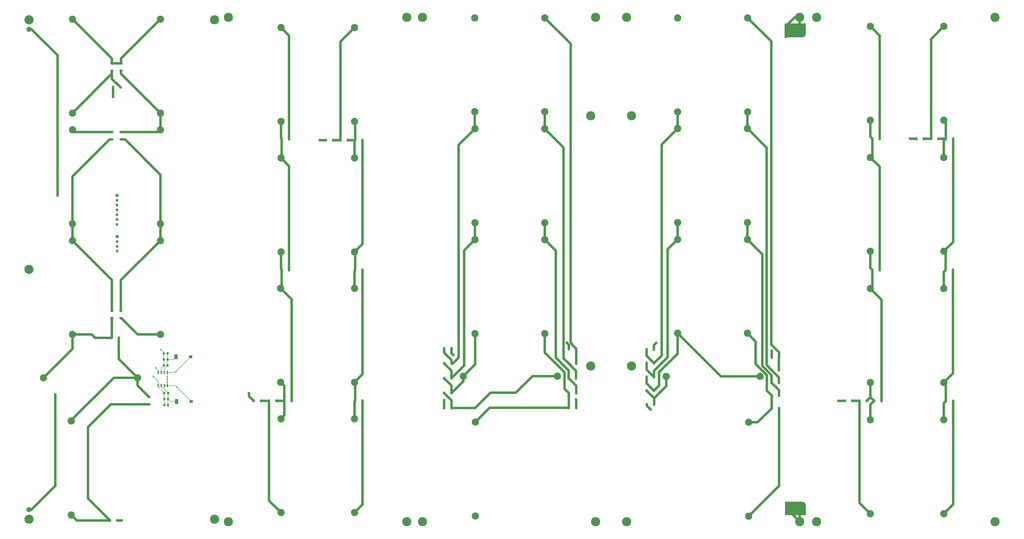
<source format=gtl>
%TF.GenerationSoftware,KiCad,Pcbnew,7.0.2-0*%
%TF.CreationDate,2024-05-08T22:34:26-07:00*%
%TF.ProjectId,FlexDeploySidePanels,466c6578-4465-4706-9c6f-795369646550,v3b*%
%TF.SameCoordinates,Original*%
%TF.FileFunction,Copper,L1,Top*%
%TF.FilePolarity,Positive*%
%FSLAX46Y46*%
G04 Gerber Fmt 4.6, Leading zero omitted, Abs format (unit mm)*
G04 Created by KiCad (PCBNEW 7.0.2-0) date 2024-05-08 22:34:26*
%MOMM*%
%LPD*%
G01*
G04 APERTURE LIST*
G04 Aperture macros list*
%AMRoundRect*
0 Rectangle with rounded corners*
0 $1 Rounding radius*
0 $2 $3 $4 $5 $6 $7 $8 $9 X,Y pos of 4 corners*
0 Add a 4 corners polygon primitive as box body*
4,1,4,$2,$3,$4,$5,$6,$7,$8,$9,$2,$3,0*
0 Add four circle primitives for the rounded corners*
1,1,$1+$1,$2,$3*
1,1,$1+$1,$4,$5*
1,1,$1+$1,$6,$7*
1,1,$1+$1,$8,$9*
0 Add four rect primitives between the rounded corners*
20,1,$1+$1,$2,$3,$4,$5,0*
20,1,$1+$1,$4,$5,$6,$7,0*
20,1,$1+$1,$6,$7,$8,$9,0*
20,1,$1+$1,$8,$9,$2,$3,0*%
G04 Aperture macros list end*
%TA.AperFunction,SMDPad,CuDef*%
%ADD10R,0.850000X1.200000*%
%TD*%
%TA.AperFunction,ComponentPad*%
%ADD11C,3.000000*%
%TD*%
%TA.AperFunction,SMDPad,CuDef*%
%ADD12RoundRect,0.200000X0.200000X0.275000X-0.200000X0.275000X-0.200000X-0.275000X0.200000X-0.275000X0*%
%TD*%
%TA.AperFunction,SMDPad,CuDef*%
%ADD13RoundRect,0.225000X0.225000X0.250000X-0.225000X0.250000X-0.225000X-0.250000X0.225000X-0.250000X0*%
%TD*%
%TA.AperFunction,ComponentPad*%
%ADD14R,1.150000X1.150000*%
%TD*%
%TA.AperFunction,ComponentPad*%
%ADD15C,1.150000*%
%TD*%
%TA.AperFunction,ComponentPad*%
%ADD16C,2.600000*%
%TD*%
%TA.AperFunction,ConnectorPad*%
%ADD17C,3.800000*%
%TD*%
%TA.AperFunction,SMDPad,CuDef*%
%ADD18R,1.200000X0.850000*%
%TD*%
%TA.AperFunction,SMDPad,CuDef*%
%ADD19RoundRect,0.175000X0.525000X0.825000X-0.525000X0.825000X-0.525000X-0.825000X0.525000X-0.825000X0*%
%TD*%
%TA.AperFunction,SMDPad,CuDef*%
%ADD20RoundRect,0.150000X0.550000X0.450000X-0.550000X0.450000X-0.550000X-0.450000X0.550000X-0.450000X0*%
%TD*%
%TA.AperFunction,SMDPad,CuDef*%
%ADD21R,0.533400X1.460500*%
%TD*%
%TA.AperFunction,SMDPad,CuDef*%
%ADD22C,2.100000*%
%TD*%
%TA.AperFunction,ViaPad*%
%ADD23C,0.600000*%
%TD*%
%TA.AperFunction,ViaPad*%
%ADD24C,1.200000*%
%TD*%
%TA.AperFunction,Conductor*%
%ADD25C,1.000000*%
%TD*%
%TA.AperFunction,Conductor*%
%ADD26C,0.200000*%
%TD*%
G04 APERTURE END LIST*
D10*
%TO.P,D15,1,C*%
%TO.N,Net-(D14-A)*%
X403625000Y-259375716D03*
%TO.P,D15,2,A*%
%TO.N,Net-(D15-A)*%
X400575000Y-259375716D03*
%TD*%
%TO.P,D7,1,C*%
%TO.N,Net-(D7-C)*%
X443025000Y-261574797D03*
%TO.P,D7,2,A*%
%TO.N,Net-(D6-C)*%
X446075000Y-261574797D03*
%TD*%
D11*
%TO.P,SC1,0,-*%
%TO.N,GND*%
X471950000Y-308454797D03*
%TO.P,SC1,1,+*%
%TO.N,Net-(D1-C)*%
X471950000Y-269454797D03*
%TD*%
D12*
%TO.P,R2,1*%
%TO.N,/Photodiode 2/IN-*%
X149986000Y-241868000D03*
%TO.P,R2,2*%
%TO.N,OUT2*%
X148336000Y-241868000D03*
%TD*%
D11*
%TO.P,SC21,0,-*%
%TO.N,Net-(D21-A)*%
X306400000Y-141450000D03*
%TO.P,SC21,1,+*%
%TO.N,Net-(D21-C)*%
X306400000Y-102450000D03*
%TD*%
%TO.P,SC38,0,-*%
%TO.N,Net-(D38-A)*%
X147000000Y-141999000D03*
%TO.P,SC38,1,+*%
%TO.N,Net-(D37-A)*%
X147000000Y-102999000D03*
%TD*%
D13*
%TO.P,C1,1,1*%
%TO.N,/Photodiode 1/IN-*%
X150114000Y-263368000D03*
%TO.P,C1,2,2*%
%TO.N,OUT1*%
X148564000Y-263368000D03*
%TD*%
D10*
%TO.P,D10,1,C*%
%TO.N,Net-(D10-C)*%
X348675000Y-251650000D03*
%TO.P,D10,2,A*%
%TO.N,Net-(D10-A)*%
X351725000Y-251650000D03*
%TD*%
D14*
%TO.P,J1,1,Pin_1*%
%TO.N,DEP SENSE*%
X128950000Y-176249999D03*
D15*
%TO.P,J1,2,Pin_2*%
%TO.N,VSOLAR*%
X128950000Y-178250000D03*
%TO.P,J1,3,Pin_3*%
X128950000Y-180249999D03*
%TO.P,J1,4,Pin_4*%
X128950000Y-182250000D03*
%TO.P,J1,5,Pin_5*%
%TO.N,GND*%
X128950000Y-184249998D03*
%TO.P,J1,6,Pin_6*%
X128950000Y-186249999D03*
%TO.P,J1,7,Pin_7*%
X128950000Y-188249998D03*
%TD*%
D11*
%TO.P,SC18,0,-*%
%TO.N,Net-(D18-A)*%
X277450000Y-194650000D03*
%TO.P,SC18,1,+*%
%TO.N,Net-(D17-A)*%
X277450000Y-233650000D03*
%TD*%
D10*
%TO.P,D45,1,C*%
%TO.N,VSOLAR*%
X430845000Y-261574797D03*
%TO.P,D45,2,A*%
%TO.N,Net-(D45-A)*%
X433895000Y-261574797D03*
%TD*%
%TO.P,D9,1,C*%
%TO.N,Net-(D43-A)*%
X348675000Y-257358571D03*
%TO.P,D9,2,A*%
%TO.N,Net-(D10-C)*%
X351725000Y-257358571D03*
%TD*%
D11*
%TO.P,SC13,0,-*%
%TO.N,Net-(D13-A)*%
X390600000Y-141500000D03*
%TO.P,SC13,1,+*%
%TO.N,Net-(D13-C)*%
X390600000Y-102500000D03*
%TD*%
D16*
%TO.P,H18,1,1*%
%TO.N,GND*%
X169450000Y-103250000D03*
D17*
X169450000Y-103250000D03*
%TD*%
D11*
%TO.P,SC17,0,-*%
%TO.N,Net-(D17-A)*%
X272650000Y-251300000D03*
%TO.P,SC17,1,+*%
%TO.N,Net-(D17-C)*%
X311650000Y-251300000D03*
%TD*%
D18*
%TO.P,D35,1,C*%
%TO.N,Net-(D34-A)*%
X126850000Y-227225000D03*
%TO.P,D35,2,A*%
%TO.N,Net-(D35-A)*%
X126850000Y-224175000D03*
%TD*%
%TO.P,D37,1,C*%
%TO.N,Net-(D37-C)*%
X126875000Y-124400000D03*
%TO.P,D37,2,A*%
%TO.N,Net-(D37-A)*%
X126875000Y-121350000D03*
%TD*%
D11*
%TO.P,SC11,0,-*%
%TO.N,Net-(D11-A)*%
X361500000Y-148500000D03*
%TO.P,SC11,1,+*%
%TO.N,Net-(D10-A)*%
X361500000Y-187500000D03*
%TD*%
%TO.P,SC25,0,-*%
%TO.N,Net-(D25-A)*%
X197000000Y-269000000D03*
%TO.P,SC25,1,+*%
%TO.N,Net-(D25-C)*%
X197000000Y-308000000D03*
%TD*%
D10*
%TO.P,D49,1,C*%
%TO.N,VSOLAR*%
X215600000Y-153300000D03*
%TO.P,D49,2,A*%
%TO.N,Net-(D29-C)*%
X218650000Y-153300000D03*
%TD*%
D12*
%TO.P,R1,1*%
%TO.N,/Photodiode 1/IN-*%
X150164000Y-258348000D03*
%TO.P,R1,2*%
%TO.N,OUT1*%
X148514000Y-258348000D03*
%TD*%
D10*
%TO.P,D13,1,C*%
%TO.N,Net-(D13-C)*%
X403550000Y-248758572D03*
%TO.P,D13,2,A*%
%TO.N,Net-(D13-A)*%
X400500000Y-248758572D03*
%TD*%
D13*
%TO.P,C3,1,1*%
%TO.N,/Photodiode 2/IN-*%
X149936000Y-246888000D03*
%TO.P,C3,2,2*%
%TO.N,OUT2*%
X148386000Y-246888000D03*
%TD*%
D16*
%TO.P,H21,1,1*%
%TO.N,GND*%
X92450000Y-310750000D03*
D17*
X92450000Y-310750000D03*
%TD*%
D19*
%TO.P,D51,1,K*%
%TO.N,/Photodiode 1/IN-*%
X153668000Y-261874000D03*
D20*
%TO.P,D51,2,A*%
%TO.N,GND*%
X159768000Y-261874000D03*
%TD*%
D11*
%TO.P,SC34,0,-*%
%TO.N,Net-(D34-A)*%
X98500000Y-252000000D03*
%TO.P,SC34,1,+*%
%TO.N,Net-(D33-A)*%
X137500000Y-252000000D03*
%TD*%
D16*
%TO.P,H8,1,1*%
%TO.N,GND*%
X340400000Y-311750000D03*
D17*
X340400000Y-311750000D03*
%TD*%
D11*
%TO.P,SC20,0,-*%
%TO.N,GND*%
X277400000Y-102450000D03*
%TO.P,SC20,1,+*%
%TO.N,Net-(D19-A)*%
X277400000Y-141450000D03*
%TD*%
%TO.P,SC6,0,-*%
%TO.N,Net-(D5-C)*%
X441450000Y-160454797D03*
%TO.P,SC6,1,+*%
%TO.N,Net-(D6-C)*%
X441450000Y-199454797D03*
%TD*%
D10*
%TO.P,D43,1,C*%
%TO.N,VSOLAR*%
X348725000Y-263108571D03*
%TO.P,D43,2,A*%
%TO.N,Net-(D43-A)*%
X351775000Y-263108571D03*
%TD*%
D11*
%TO.P,SC10,0,-*%
%TO.N,Net-(D10-A)*%
X361500000Y-194500000D03*
%TO.P,SC10,1,+*%
%TO.N,Net-(D10-C)*%
X361500000Y-233500000D03*
%TD*%
D10*
%TO.P,D41,1,C*%
%TO.N,VSOLAR*%
X185650000Y-261620000D03*
%TO.P,D41,2,A*%
%TO.N,Net-(D25-C)*%
X188700000Y-261620000D03*
%TD*%
%TO.P,D24,1,C*%
%TO.N,Net-(D23-A)*%
X316360000Y-264430000D03*
%TO.P,D24,2,A*%
%TO.N,GND*%
X319410000Y-264430000D03*
%TD*%
D18*
%TO.P,D36,1,C*%
%TO.N,Net-(D35-A)*%
X126850000Y-152975000D03*
%TO.P,D36,2,A*%
%TO.N,GND*%
X126850000Y-149925000D03*
%TD*%
D16*
%TO.P,H1,1,1*%
%TO.N,GND*%
X493200000Y-311750000D03*
D17*
X493200000Y-311750000D03*
%TD*%
D11*
%TO.P,SC30,0,-*%
%TO.N,Net-(D30-A)*%
X227500000Y-199666666D03*
%TO.P,SC30,1,+*%
%TO.N,Net-(D29-A)*%
X227500000Y-160666666D03*
%TD*%
D10*
%TO.P,D11,1,C*%
%TO.N,Net-(D10-A)*%
X348675000Y-245941429D03*
%TO.P,D11,2,A*%
%TO.N,Net-(D11-A)*%
X351725000Y-245941429D03*
%TD*%
D16*
%TO.P,H9,1,1*%
%TO.N,GND*%
X327500000Y-311750000D03*
D17*
X327500000Y-311750000D03*
%TD*%
D21*
%TO.P,U1,1,OUTA*%
%TO.N,OUT1*%
X146020850Y-255250000D03*
%TO.P,U1,2,-INA*%
%TO.N,/Photodiode 1/IN-*%
X147290850Y-255250000D03*
%TO.P,U1,3,+INA*%
%TO.N,GND*%
X148560850Y-255250000D03*
%TO.P,U1,4,V-*%
X149830850Y-255250000D03*
%TO.P,U1,5,+INB*%
X149830850Y-249801700D03*
%TO.P,U1,6,-INB*%
%TO.N,/Photodiode 2/IN-*%
X148560850Y-249801700D03*
%TO.P,U1,7,OUTB*%
%TO.N,OUT2*%
X147290850Y-249801700D03*
%TO.P,U1,8,V+*%
%TO.N,+3V3*%
X146020850Y-249801700D03*
%TD*%
D16*
%TO.P,H5,1,1*%
%TO.N,GND*%
X412200000Y-311750000D03*
D17*
X412200000Y-311750000D03*
%TD*%
D16*
%TO.P,H7,1,1*%
%TO.N,GND*%
X340400000Y-102250000D03*
D17*
X340400000Y-102250000D03*
%TD*%
D10*
%TO.P,D27,1,C*%
%TO.N,Net-(D26-A)*%
X197311000Y-207250000D03*
%TO.P,D27,2,A*%
%TO.N,Net-(D27-A)*%
X200361000Y-207250000D03*
%TD*%
D16*
%TO.P,H24,1,1*%
%TO.N,GND*%
X342400000Y-247100000D03*
D17*
X342400000Y-247100000D03*
%TD*%
D10*
%TO.P,D28,1,C*%
%TO.N,Net-(D27-A)*%
X197311000Y-152750000D03*
%TO.P,D28,2,A*%
%TO.N,GND*%
X200361000Y-152750000D03*
%TD*%
D11*
%TO.P,SC16,0,-*%
%TO.N,GND*%
X391000000Y-309510000D03*
%TO.P,SC16,1,+*%
%TO.N,Net-(D15-A)*%
X391000000Y-270510000D03*
%TD*%
D16*
%TO.P,H16,1,1*%
%TO.N,GND*%
X175200000Y-311750000D03*
D17*
X175200000Y-311750000D03*
%TD*%
D11*
%TO.P,SC9,0,-*%
%TO.N,Net-(D10-C)*%
X395750000Y-251460000D03*
%TO.P,SC9,1,+*%
%TO.N,Net-(D43-A)*%
X356750000Y-251460000D03*
%TD*%
D16*
%TO.P,H14,1,1*%
%TO.N,GND*%
X249200000Y-102250000D03*
D17*
X249200000Y-102250000D03*
%TD*%
D10*
%TO.P,D12,1,C*%
%TO.N,Net-(D11-A)*%
X348675000Y-240232858D03*
%TO.P,D12,2,A*%
%TO.N,GND*%
X351725000Y-240232858D03*
%TD*%
%TO.P,D5,1,C*%
%TO.N,Net-(D5-C)*%
X442275000Y-152704797D03*
%TO.P,D5,2,A*%
%TO.N,GND*%
X445325000Y-152704797D03*
%TD*%
%TO.P,D47,1,C*%
%TO.N,VSOLAR*%
X316360000Y-240010000D03*
%TO.P,D47,2,A*%
%TO.N,Net-(D21-C)*%
X319410000Y-240010000D03*
%TD*%
D18*
%TO.P,D40,1,C*%
%TO.N,Net-(D39-A)*%
X130600000Y-224175000D03*
%TO.P,D40,2,A*%
%TO.N,GND*%
X130600000Y-227225000D03*
%TD*%
D10*
%TO.P,D26,1,C*%
%TO.N,Net-(D25-A)*%
X198400000Y-261600000D03*
%TO.P,D26,2,A*%
%TO.N,Net-(D26-A)*%
X201450000Y-261600000D03*
%TD*%
D11*
%TO.P,SC26,0,-*%
%TO.N,Net-(D26-A)*%
X196850000Y-214833332D03*
%TO.P,SC26,1,+*%
%TO.N,Net-(D25-A)*%
X196850000Y-253833332D03*
%TD*%
D16*
%TO.P,H6,1,1*%
%TO.N,GND*%
X412200000Y-102250000D03*
D17*
X412200000Y-102250000D03*
%TD*%
D16*
%TO.P,H22,1,1*%
%TO.N,GND*%
X342400000Y-143100000D03*
D17*
X342400000Y-143100000D03*
%TD*%
D10*
%TO.P,D44,1,C*%
%TO.N,VSOLAR*%
X264680000Y-264580000D03*
%TO.P,D44,2,A*%
%TO.N,Net-(D17-C)*%
X267730000Y-264580000D03*
%TD*%
D16*
%TO.P,H13,1,1*%
%TO.N,GND*%
X249200000Y-311750000D03*
D17*
X249200000Y-311750000D03*
%TD*%
D16*
%TO.P,H19,1,1*%
%TO.N,GND*%
X92456000Y-103251000D03*
D17*
X92456000Y-103251000D03*
%TD*%
D10*
%TO.P,D21,1,C*%
%TO.N,Net-(D21-C)*%
X319410000Y-246115000D03*
%TO.P,D21,2,A*%
%TO.N,Net-(D21-A)*%
X316360000Y-246115000D03*
%TD*%
D11*
%TO.P,SC7,0,-*%
%TO.N,Net-(D6-C)*%
X441450000Y-214954797D03*
%TO.P,SC7,1,+*%
%TO.N,Net-(D7-C)*%
X441450000Y-253954797D03*
%TD*%
D10*
%TO.P,D46,1,C*%
%TO.N,VSOLAR*%
X460550000Y-152700000D03*
%TO.P,D46,2,A*%
%TO.N,Net-(D4-C)*%
X463600000Y-152700000D03*
%TD*%
%TO.P,D19,1,C*%
%TO.N,Net-(D18-A)*%
X264680000Y-245995000D03*
%TO.P,D19,2,A*%
%TO.N,Net-(D19-A)*%
X267730000Y-245995000D03*
%TD*%
D16*
%TO.P,H25,1,1*%
%TO.N,GND*%
X325500000Y-247100000D03*
D17*
X325500000Y-247100000D03*
%TD*%
D11*
%TO.P,SC14,0,-*%
%TO.N,Net-(D14-A)*%
X390500000Y-187500000D03*
%TO.P,SC14,1,+*%
%TO.N,Net-(D13-A)*%
X390500000Y-148500000D03*
%TD*%
D18*
%TO.P,D33,1,C*%
%TO.N,Net-(D33-C)*%
X142250000Y-263025000D03*
%TO.P,D33,2,A*%
%TO.N,Net-(D33-A)*%
X142250000Y-259975000D03*
%TD*%
D14*
%TO.P,J4,1,Pin_1*%
%TO.N,OUT2*%
X129000000Y-193375000D03*
D15*
%TO.P,J4,2,Pin_2*%
%TO.N,OUT1*%
X129000000Y-195375000D03*
%TO.P,J4,3,Pin_3*%
%TO.N,GND*%
X129000000Y-197375000D03*
%TO.P,J4,4,Pin_4*%
%TO.N,+3V3*%
X129000000Y-199375000D03*
%TD*%
D16*
%TO.P,H4,1,1*%
%TO.N,GND*%
X419220000Y-311750000D03*
D17*
X419220000Y-311750000D03*
%TD*%
D11*
%TO.P,SC37,0,-*%
%TO.N,Net-(D37-A)*%
X110500000Y-103000000D03*
%TO.P,SC37,1,+*%
%TO.N,Net-(D37-C)*%
X110500000Y-142000000D03*
%TD*%
%TO.P,SC39,0,-*%
%TO.N,Net-(D39-A)*%
X147000000Y-188000000D03*
%TO.P,SC39,1,+*%
%TO.N,Net-(D38-A)*%
X147000000Y-149000000D03*
%TD*%
D10*
%TO.P,D32,1,C*%
%TO.N,Net-(D31-A)*%
X227791000Y-261620000D03*
%TO.P,D32,2,A*%
%TO.N,GND*%
X230841000Y-261620000D03*
%TD*%
D11*
%TO.P,SC35,0,-*%
%TO.N,Net-(D35-A)*%
X110500000Y-195000000D03*
%TO.P,SC35,1,+*%
%TO.N,Net-(D34-A)*%
X110500000Y-234000000D03*
%TD*%
D16*
%TO.P,H23,1,1*%
%TO.N,GND*%
X325500000Y-143100000D03*
D17*
X325500000Y-143100000D03*
%TD*%
D11*
%TO.P,SC15,0,-*%
%TO.N,Net-(D15-A)*%
X390500000Y-233500000D03*
%TO.P,SC15,1,+*%
%TO.N,Net-(D14-A)*%
X390500000Y-194500000D03*
%TD*%
%TO.P,SC28,0,-*%
%TO.N,GND*%
X197000000Y-106500000D03*
%TO.P,SC28,1,+*%
%TO.N,Net-(D27-A)*%
X197000000Y-145500000D03*
%TD*%
D18*
%TO.P,D38,1,C*%
%TO.N,Net-(D37-A)*%
X130650000Y-121350000D03*
%TO.P,D38,2,A*%
%TO.N,Net-(D38-A)*%
X130650000Y-124400000D03*
%TD*%
D11*
%TO.P,SC3,0,-*%
%TO.N,Net-(D2-C)*%
X471950000Y-199454797D03*
%TO.P,SC3,1,+*%
%TO.N,Net-(D3-C)*%
X471950000Y-160454797D03*
%TD*%
%TO.P,SC32,0,-*%
%TO.N,GND*%
X227500000Y-308000000D03*
%TO.P,SC32,1,+*%
%TO.N,Net-(D31-A)*%
X227500000Y-269000000D03*
%TD*%
D16*
%TO.P,H15,1,1*%
%TO.N,GND*%
X175200000Y-102250000D03*
D17*
X175200000Y-102250000D03*
%TD*%
D10*
%TO.P,D3,1,C*%
%TO.N,Net-(D3-C)*%
X472755000Y-152704797D03*
%TO.P,D3,2,A*%
%TO.N,Net-(D2-C)*%
X475805000Y-152704797D03*
%TD*%
D11*
%TO.P,SC31,0,-*%
%TO.N,Net-(D31-A)*%
X227500000Y-253833332D03*
%TO.P,SC31,1,+*%
%TO.N,Net-(D30-A)*%
X227500000Y-214833332D03*
%TD*%
%TO.P,SC5,0,-*%
%TO.N,GND*%
X441450000Y-105954797D03*
%TO.P,SC5,1,+*%
%TO.N,Net-(D5-C)*%
X441450000Y-144954797D03*
%TD*%
D10*
%TO.P,D23,1,C*%
%TO.N,Net-(D22-A)*%
X319410000Y-258325000D03*
%TO.P,D23,2,A*%
%TO.N,Net-(D23-A)*%
X316360000Y-258325000D03*
%TD*%
%TO.P,D1,1,C*%
%TO.N,Net-(D1-C)*%
X472775000Y-261704797D03*
%TO.P,D1,2,A*%
%TO.N,GND*%
X475825000Y-261704797D03*
%TD*%
D22*
%TO.P,J3,1*%
%TO.N,DEP SENSE*%
X92450000Y-306750000D03*
%TD*%
D16*
%TO.P,H12,1,1*%
%TO.N,GND*%
X255700000Y-311750000D03*
D17*
X255700000Y-311750000D03*
%TD*%
D11*
%TO.P,SC19,0,-*%
%TO.N,Net-(D19-A)*%
X277450000Y-148550000D03*
%TO.P,SC19,1,+*%
%TO.N,Net-(D18-A)*%
X277450000Y-187550000D03*
%TD*%
D10*
%TO.P,D50,1,C*%
%TO.N,VSOLAR*%
X127350000Y-131300000D03*
%TO.P,D50,2,A*%
%TO.N,Net-(D37-C)*%
X130400000Y-131300000D03*
%TD*%
%TO.P,D29,1,C*%
%TO.N,Net-(D29-C)*%
X221675000Y-153300000D03*
%TO.P,D29,2,A*%
%TO.N,Net-(D29-A)*%
X224725000Y-153300000D03*
%TD*%
D11*
%TO.P,SC22,0,-*%
%TO.N,Net-(D22-A)*%
X306450000Y-187550000D03*
%TO.P,SC22,1,+*%
%TO.N,Net-(D21-A)*%
X306450000Y-148550000D03*
%TD*%
D16*
%TO.P,H17,1,1*%
%TO.N,GND*%
X169450000Y-310769000D03*
D17*
X169450000Y-310769000D03*
%TD*%
D11*
%TO.P,SC12,0,-*%
%TO.N,GND*%
X361500000Y-102500000D03*
%TO.P,SC12,1,+*%
%TO.N,Net-(D11-A)*%
X361500000Y-141500000D03*
%TD*%
D16*
%TO.P,H3,1,1*%
%TO.N,GND*%
X419200000Y-102250000D03*
D17*
X419200000Y-102250000D03*
%TD*%
D11*
%TO.P,SC8,0,-*%
%TO.N,Net-(D7-C)*%
X441450000Y-269454797D03*
%TO.P,SC8,1,+*%
%TO.N,Net-(D45-A)*%
X441450000Y-308454797D03*
%TD*%
D10*
%TO.P,D42,1,C*%
%TO.N,VSOLAR*%
X129090000Y-311250000D03*
%TO.P,D42,2,A*%
%TO.N,Net-(D33-C)*%
X126040000Y-311250000D03*
%TD*%
%TO.P,D30,1,C*%
%TO.N,Net-(D29-A)*%
X227766000Y-153300000D03*
%TO.P,D30,2,A*%
%TO.N,Net-(D30-A)*%
X230816000Y-153300000D03*
%TD*%
%TO.P,D2,1,C*%
%TO.N,Net-(D2-C)*%
X472735000Y-207204797D03*
%TO.P,D2,2,A*%
%TO.N,Net-(D1-C)*%
X475785000Y-207204797D03*
%TD*%
%TO.P,D25,1,C*%
%TO.N,Net-(D25-C)*%
X192050000Y-261600000D03*
%TO.P,D25,2,A*%
%TO.N,Net-(D25-A)*%
X195100000Y-261600000D03*
%TD*%
D22*
%TO.P,J2,1*%
%TO.N,DEP SENSE*%
X92450000Y-107200000D03*
%TD*%
D16*
%TO.P,H2,1,1*%
%TO.N,GND*%
X493200000Y-102250000D03*
D17*
X493200000Y-102250000D03*
%TD*%
D11*
%TO.P,SC33,0,-*%
%TO.N,Net-(D33-A)*%
X110000000Y-270000000D03*
%TO.P,SC33,1,+*%
%TO.N,Net-(D33-C)*%
X110000000Y-309000000D03*
%TD*%
D10*
%TO.P,D20,1,C*%
%TO.N,Net-(D19-A)*%
X264680000Y-239800000D03*
%TO.P,D20,2,A*%
%TO.N,GND*%
X267730000Y-239800000D03*
%TD*%
D11*
%TO.P,SC24,0,-*%
%TO.N,GND*%
X277600000Y-309400000D03*
%TO.P,SC24,1,+*%
%TO.N,Net-(D23-A)*%
X277600000Y-270400000D03*
%TD*%
%TO.P,SC4,0,-*%
%TO.N,Net-(D3-C)*%
X471950000Y-144954797D03*
%TO.P,SC4,1,+*%
%TO.N,Net-(D4-C)*%
X471950000Y-105954797D03*
%TD*%
%TO.P,SC36,0,-*%
%TO.N,GND*%
X110500000Y-149000000D03*
%TO.P,SC36,1,+*%
%TO.N,Net-(D35-A)*%
X110500000Y-188000000D03*
%TD*%
D16*
%TO.P,H11,1,1*%
%TO.N,GND*%
X255700000Y-102250000D03*
D17*
X255700000Y-102250000D03*
%TD*%
D10*
%TO.P,D48,1,C*%
%TO.N,VSOLAR*%
X400525000Y-243450000D03*
%TO.P,D48,2,A*%
%TO.N,Net-(D13-C)*%
X403575000Y-243450000D03*
%TD*%
D16*
%TO.P,H10,1,1*%
%TO.N,GND*%
X327500000Y-102250000D03*
D17*
X327500000Y-102250000D03*
%TD*%
D11*
%TO.P,SC23,0,-*%
%TO.N,Net-(D23-A)*%
X306450000Y-233650000D03*
%TO.P,SC23,1,+*%
%TO.N,Net-(D22-A)*%
X306450000Y-194650000D03*
%TD*%
%TO.P,SC2,0,-*%
%TO.N,Net-(D1-C)*%
X471950000Y-253954797D03*
%TO.P,SC2,1,+*%
%TO.N,Net-(D2-C)*%
X471950000Y-214954797D03*
%TD*%
D10*
%TO.P,D17,1,C*%
%TO.N,Net-(D17-C)*%
X264680000Y-258385000D03*
%TO.P,D17,2,A*%
%TO.N,Net-(D17-A)*%
X267730000Y-258385000D03*
%TD*%
D19*
%TO.P,D52,1,K*%
%TO.N,/Photodiode 2/IN-*%
X153420000Y-243332000D03*
D20*
%TO.P,D52,2,A*%
%TO.N,GND*%
X159520000Y-243332000D03*
%TD*%
D10*
%TO.P,D16,1,C*%
%TO.N,Net-(D15-A)*%
X400585000Y-264684288D03*
%TO.P,D16,2,A*%
%TO.N,GND*%
X403635000Y-264684288D03*
%TD*%
%TO.P,D6,1,C*%
%TO.N,Net-(D6-C)*%
X442275000Y-207204797D03*
%TO.P,D6,2,A*%
%TO.N,Net-(D5-C)*%
X445325000Y-207204797D03*
%TD*%
%TO.P,D14,1,C*%
%TO.N,Net-(D13-A)*%
X403550000Y-254067144D03*
%TO.P,D14,2,A*%
%TO.N,Net-(D14-A)*%
X400500000Y-254067144D03*
%TD*%
D13*
%TO.P,C4,1,1*%
%TO.N,/Photodiode 2/IN-*%
X149936000Y-244378000D03*
%TO.P,C4,2,2*%
%TO.N,OUT2*%
X148386000Y-244378000D03*
%TD*%
D11*
%TO.P,SC40,0,-*%
%TO.N,GND*%
X147000000Y-234000000D03*
%TO.P,SC40,1,+*%
%TO.N,Net-(D39-A)*%
X147000000Y-195000000D03*
%TD*%
D10*
%TO.P,D4,1,C*%
%TO.N,Net-(D4-C)*%
X466650000Y-152700000D03*
%TO.P,D4,2,A*%
%TO.N,Net-(D3-C)*%
X469700000Y-152700000D03*
%TD*%
%TO.P,D34,1,C*%
%TO.N,Net-(D33-A)*%
X129750000Y-235425000D03*
%TO.P,D34,2,A*%
%TO.N,Net-(D34-A)*%
X126700000Y-235425000D03*
%TD*%
%TO.P,D18,1,C*%
%TO.N,Net-(D17-A)*%
X264680000Y-252190000D03*
%TO.P,D18,2,A*%
%TO.N,Net-(D18-A)*%
X267730000Y-252190000D03*
%TD*%
%TO.P,D31,1,C*%
%TO.N,Net-(D30-A)*%
X227791000Y-207250000D03*
%TO.P,D31,2,A*%
%TO.N,Net-(D31-A)*%
X230841000Y-207250000D03*
%TD*%
D11*
%TO.P,SC27,0,-*%
%TO.N,Net-(D27-A)*%
X197000000Y-160666666D03*
%TO.P,SC27,1,+*%
%TO.N,Net-(D26-A)*%
X197000000Y-199666666D03*
%TD*%
D16*
%TO.P,H20,1,1*%
%TO.N,GND*%
X92450000Y-207000000D03*
D17*
X92450000Y-207000000D03*
%TD*%
D18*
%TO.P,D39,1,C*%
%TO.N,Net-(D38-A)*%
X130625000Y-149925000D03*
%TO.P,D39,2,A*%
%TO.N,Net-(D39-A)*%
X130625000Y-152975000D03*
%TD*%
D10*
%TO.P,D22,1,C*%
%TO.N,Net-(D21-A)*%
X319390000Y-252220000D03*
%TO.P,D22,2,A*%
%TO.N,Net-(D22-A)*%
X316340000Y-252220000D03*
%TD*%
D13*
%TO.P,C2,1,1*%
%TO.N,/Photodiode 1/IN-*%
X150114000Y-260858000D03*
%TO.P,C2,2,2*%
%TO.N,OUT1*%
X148564000Y-260858000D03*
%TD*%
D11*
%TO.P,SC29,0,-*%
%TO.N,Net-(D29-A)*%
X227500000Y-145500000D03*
%TO.P,SC29,1,+*%
%TO.N,Net-(D29-C)*%
X227500000Y-106500000D03*
%TD*%
D10*
%TO.P,D8,1,C*%
%TO.N,Net-(D45-A)*%
X436950000Y-261574797D03*
%TO.P,D8,2,A*%
%TO.N,Net-(D7-C)*%
X440000000Y-261574797D03*
%TD*%
D23*
%TO.N,GND*%
X153416000Y-249428000D03*
D24*
X352660000Y-237550000D03*
D23*
X153670000Y-255778000D03*
X149860000Y-253746000D03*
X149860000Y-252730000D03*
D24*
X319380000Y-261070000D03*
D23*
X149860000Y-251714000D03*
D24*
X268380000Y-242540000D03*
%TO.N,VSOLAR*%
X350300000Y-265150000D03*
X183750000Y-258450000D03*
X130900000Y-311250000D03*
X315530000Y-237490000D03*
X458000000Y-152650000D03*
X127375000Y-135225000D03*
X213150000Y-153300000D03*
X264700000Y-261300000D03*
X428250000Y-261550000D03*
X400525000Y-240775000D03*
%TO.N,DEP SENSE*%
X103400000Y-259000000D03*
X104300000Y-176276000D03*
D23*
%TO.N,OUT1*%
X144018000Y-251460000D03*
%TO.N,OUT2*%
X147066000Y-240284000D03*
%TO.N,+3V3*%
X145034000Y-247904000D03*
%TD*%
D25*
%TO.N,GND*%
X445325000Y-109829797D02*
X441450000Y-105954797D01*
X391000000Y-309510000D02*
X403635000Y-296875000D01*
X111425000Y-149925000D02*
X110500000Y-149000000D01*
D26*
X149830850Y-252759150D02*
X149830850Y-253716850D01*
X149860000Y-252730000D02*
X149830850Y-252759150D01*
D25*
X267730000Y-239800000D02*
X267730000Y-241890000D01*
D26*
X153670000Y-255776000D02*
X153670000Y-255778000D01*
D25*
X412200000Y-102250000D02*
X412200000Y-105550000D01*
X408800000Y-308350000D02*
X407250000Y-308350000D01*
X410150000Y-102250000D02*
X406750000Y-105650000D01*
D26*
X149830850Y-255250000D02*
X148560850Y-255250000D01*
D25*
X126850000Y-149925000D02*
X111425000Y-149925000D01*
X475825000Y-261704797D02*
X475825000Y-304579797D01*
D26*
X153416000Y-249428000D02*
X153416000Y-249436000D01*
X149830850Y-251743150D02*
X149830850Y-252700850D01*
D25*
X475825000Y-304579797D02*
X471950000Y-308454797D01*
X200361000Y-109861000D02*
X200361000Y-152750000D01*
D26*
X153424000Y-249428000D02*
X153416000Y-249428000D01*
D25*
X227500000Y-308000000D02*
X230841000Y-304659000D01*
X319410000Y-264430000D02*
X319410000Y-261100000D01*
X137480000Y-234000000D02*
X130705000Y-227225000D01*
X197000000Y-106500000D02*
X200361000Y-109861000D01*
D26*
X149830850Y-253716850D02*
X149860000Y-253746000D01*
D25*
X412200000Y-102250000D02*
X410150000Y-102250000D01*
D26*
X153050300Y-249801700D02*
X149830850Y-249801700D01*
X149830850Y-251684850D02*
X149860000Y-251714000D01*
D25*
X319410000Y-261100000D02*
X319380000Y-261070000D01*
D26*
X149830850Y-249801700D02*
X149830850Y-251684850D01*
X149860000Y-253746000D02*
X149830850Y-253775150D01*
D25*
X147000000Y-234000000D02*
X137480000Y-234000000D01*
X230841000Y-304659000D02*
X230841000Y-261620000D01*
X351725000Y-240232858D02*
X351725000Y-238485000D01*
D26*
X149860000Y-251714000D02*
X149830850Y-251743150D01*
D25*
X412200000Y-311750000D02*
X412200000Y-308950000D01*
X351725000Y-238485000D02*
X352660000Y-237550000D01*
X412200000Y-311750000D02*
X408800000Y-308350000D01*
D26*
X153670000Y-255778000D02*
X153672000Y-255778000D01*
X149830850Y-255250000D02*
X153144000Y-255250000D01*
X153416000Y-249436000D02*
X153050300Y-249801700D01*
D25*
X267730000Y-241890000D02*
X268380000Y-242540000D01*
D26*
X153144000Y-255250000D02*
X153670000Y-255776000D01*
D25*
X445325000Y-152704797D02*
X445325000Y-109829797D01*
X130705000Y-227225000D02*
X130600000Y-227225000D01*
D26*
X149830850Y-252700850D02*
X149860000Y-252730000D01*
X153672000Y-255778000D02*
X159768000Y-261874000D01*
X149830850Y-253775150D02*
X149830850Y-255250000D01*
D25*
X403635000Y-296875000D02*
X403635000Y-264684288D01*
D26*
X159520000Y-243332000D02*
X153424000Y-249428000D01*
D25*
%TO.N,VSOLAR*%
X458050000Y-152700000D02*
X458000000Y-152650000D01*
X183750000Y-258450000D02*
X183750000Y-259720000D01*
X129090000Y-311250000D02*
X130900000Y-311250000D01*
X430845000Y-261574797D02*
X428274797Y-261574797D01*
X264680000Y-261320000D02*
X264700000Y-261300000D01*
X127350000Y-131300000D02*
X127350000Y-135200000D01*
X316360000Y-240010000D02*
X316360000Y-238320000D01*
X428274797Y-261574797D02*
X428250000Y-261550000D01*
X215600000Y-153300000D02*
X213150000Y-153300000D01*
X460550000Y-152700000D02*
X458050000Y-152700000D01*
X400525000Y-243450000D02*
X400525000Y-240775000D01*
X348725000Y-263108571D02*
X348725000Y-263575000D01*
X127350000Y-135200000D02*
X127375000Y-135225000D01*
X316360000Y-238320000D02*
X315530000Y-237490000D01*
X264680000Y-264580000D02*
X264680000Y-261320000D01*
X348725000Y-263575000D02*
X350300000Y-265150000D01*
X183750000Y-259720000D02*
X185650000Y-261620000D01*
%TO.N,Net-(D1-C)*%
X471950000Y-253954797D02*
X475785000Y-250119797D01*
X472775000Y-261704797D02*
X472775000Y-254779797D01*
X471950000Y-269454797D02*
X471950000Y-262529797D01*
X475785000Y-250119797D02*
X475785000Y-207204797D01*
X472775000Y-254779797D02*
X471950000Y-253954797D01*
X471950000Y-262529797D02*
X472775000Y-261704797D01*
%TO.N,Net-(D2-C)*%
X471950000Y-207989797D02*
X472735000Y-207204797D01*
X471950000Y-214954797D02*
X471950000Y-207989797D01*
X471950000Y-199454797D02*
X475805000Y-195599797D01*
X475805000Y-195599797D02*
X475805000Y-152704797D01*
X472735000Y-200239797D02*
X471950000Y-199454797D01*
X472735000Y-207204797D02*
X472735000Y-200239797D01*
%TO.N,Net-(D3-C)*%
X471950000Y-153509797D02*
X472755000Y-152704797D01*
X469704797Y-152704797D02*
X469700000Y-152700000D01*
X471950000Y-160454797D02*
X471950000Y-153509797D01*
X472755000Y-152704797D02*
X469704797Y-152704797D01*
X472755000Y-145759797D02*
X471950000Y-144954797D01*
X472755000Y-152704797D02*
X472755000Y-145759797D01*
%TO.N,Net-(D4-C)*%
X466650000Y-152700000D02*
X466650000Y-111254797D01*
X466650000Y-152700000D02*
X463600000Y-152700000D01*
X466650000Y-111254797D02*
X471950000Y-105954797D01*
%TO.N,Net-(D5-C)*%
X441450000Y-160454797D02*
X445325000Y-164329797D01*
X442275000Y-159629797D02*
X441450000Y-160454797D01*
X445325000Y-164329797D02*
X445325000Y-207204797D01*
X442275000Y-152704797D02*
X442275000Y-159629797D01*
X441450000Y-151879797D02*
X442275000Y-152704797D01*
X441450000Y-144954797D02*
X441450000Y-151879797D01*
%TO.N,Net-(D6-C)*%
X446075000Y-261574797D02*
X446075000Y-219579797D01*
X441450000Y-206379797D02*
X442275000Y-207204797D01*
X442275000Y-207204797D02*
X442275000Y-214129797D01*
X441450000Y-199454797D02*
X441450000Y-206379797D01*
X442275000Y-214129797D02*
X441450000Y-214954797D01*
X446075000Y-219579797D02*
X441450000Y-214954797D01*
%TO.N,Net-(D7-C)*%
X441450000Y-253954797D02*
X441450000Y-260124797D01*
X441450000Y-260124797D02*
X441575000Y-260124797D01*
X441450000Y-269454797D02*
X441450000Y-263149797D01*
X441450000Y-263149797D02*
X443025000Y-261574797D01*
X441575000Y-260124797D02*
X443025000Y-261574797D01*
X441450000Y-260124797D02*
X440000000Y-261574797D01*
%TO.N,Net-(D45-A)*%
X436950000Y-261574797D02*
X433895000Y-261574797D01*
X436950000Y-303954797D02*
X441450000Y-308454797D01*
X436950000Y-261574797D02*
X436950000Y-303954797D01*
%TO.N,Net-(D10-C)*%
X353850000Y-255233571D02*
X353850000Y-249675000D01*
X361500000Y-242025000D02*
X361500000Y-233500000D01*
X395750000Y-251460000D02*
X379460000Y-251460000D01*
X353850000Y-249675000D02*
X361500000Y-242025000D01*
X348675000Y-254308571D02*
X351725000Y-257358571D01*
X379460000Y-251460000D02*
X361500000Y-233500000D01*
X351725000Y-257358571D02*
X353850000Y-255233571D01*
X348675000Y-251650000D02*
X348675000Y-254308571D01*
%TO.N,Net-(D43-A)*%
X351775000Y-263108571D02*
X351775000Y-260458571D01*
X356750000Y-255483571D02*
X356750000Y-251460000D01*
X351775000Y-260458571D02*
X348675000Y-257358571D01*
X351775000Y-260458571D02*
X356750000Y-255483571D01*
%TO.N,Net-(D10-A)*%
X351725000Y-249100000D02*
X357400000Y-243425000D01*
X348675000Y-245941429D02*
X348675000Y-248600000D01*
X348675000Y-248600000D02*
X351725000Y-251650000D01*
X357400000Y-198600000D02*
X361500000Y-194500000D01*
X361500000Y-194500000D02*
X361500000Y-187500000D01*
X357400000Y-243425000D02*
X357400000Y-198600000D01*
X351725000Y-251650000D02*
X351725000Y-249100000D01*
%TO.N,Net-(D11-A)*%
X354910000Y-155090000D02*
X361500000Y-148500000D01*
X361500000Y-148500000D02*
X361500000Y-141500000D01*
X348675000Y-242891429D02*
X351725000Y-245941429D01*
X354910000Y-242756429D02*
X354910000Y-155090000D01*
X351725000Y-245941429D02*
X354910000Y-242756429D01*
X348675000Y-240232858D02*
X348675000Y-242891429D01*
%TO.N,Net-(D13-A)*%
X390500000Y-148500000D02*
X390500000Y-141600000D01*
X403550000Y-251808572D02*
X400500000Y-248758572D01*
X398450000Y-156400000D02*
X390550000Y-148500000D01*
X398450000Y-246708572D02*
X398450000Y-156400000D01*
X390500000Y-141600000D02*
X390600000Y-141500000D01*
X400500000Y-248758572D02*
X398450000Y-246708572D01*
X390550000Y-148500000D02*
X390500000Y-148500000D01*
X403550000Y-254067144D02*
X403550000Y-251808572D01*
%TO.N,Net-(D14-A)*%
X396664582Y-247089582D02*
X400500000Y-250925000D01*
X400500000Y-250925000D02*
X400500000Y-254067144D01*
X403625000Y-259375716D02*
X403625000Y-257192144D01*
X390500000Y-194500000D02*
X396664582Y-200664582D01*
X403625000Y-257192144D02*
X400500000Y-254067144D01*
X390500000Y-187500000D02*
X390500000Y-194500000D01*
X396664582Y-200664582D02*
X396664582Y-247089582D01*
%TO.N,Net-(D15-A)*%
X393900000Y-246225000D02*
X393900000Y-236900000D01*
X398550000Y-250875000D02*
X393900000Y-246225000D01*
X400575000Y-259375716D02*
X398550000Y-257350716D01*
X400575000Y-259375716D02*
X400575000Y-264674288D01*
X400575000Y-264674288D02*
X400585000Y-264684288D01*
X391000000Y-270510000D02*
X394759288Y-270510000D01*
X398550000Y-257350716D02*
X398550000Y-250875000D01*
X393900000Y-236900000D02*
X390500000Y-233500000D01*
X394759288Y-270510000D02*
X400585000Y-264684288D01*
%TO.N,Net-(D17-A)*%
X277450000Y-233650000D02*
X277540000Y-233740000D01*
X272650000Y-251300000D02*
X272650000Y-253465000D01*
X272650000Y-253465000D02*
X267730000Y-258385000D01*
X277540000Y-233740000D02*
X277540000Y-246410000D01*
X277540000Y-246410000D02*
X272650000Y-251300000D01*
X267730000Y-258385000D02*
X267730000Y-255240000D01*
X267730000Y-255240000D02*
X264680000Y-252190000D01*
%TO.N,Net-(D17-C)*%
X264680000Y-258385000D02*
X267730000Y-261435000D01*
X267730000Y-261435000D02*
X267730000Y-264580000D01*
X283900000Y-258200000D02*
X294420000Y-258200000D01*
X267730000Y-264580000D02*
X277520000Y-264580000D01*
X277520000Y-264580000D02*
X283900000Y-258200000D01*
X294420000Y-258200000D02*
X301320000Y-251300000D01*
X301320000Y-251300000D02*
X311650000Y-251300000D01*
%TO.N,Net-(D18-A)*%
X277450000Y-194650000D02*
X277450000Y-187550000D01*
X267730000Y-249045000D02*
X264680000Y-245995000D01*
X272980000Y-246940000D02*
X272980000Y-199120000D01*
X267730000Y-252190000D02*
X272980000Y-246940000D01*
X272980000Y-199120000D02*
X277450000Y-194650000D01*
X267730000Y-252190000D02*
X267730000Y-249045000D01*
%TO.N,Net-(D19-A)*%
X277400000Y-141450000D02*
X277400000Y-148500000D01*
X267730000Y-244660000D02*
X264680000Y-241610000D01*
X270720000Y-155280000D02*
X277450000Y-148550000D01*
X277400000Y-148500000D02*
X277450000Y-148550000D01*
X267730000Y-245995000D02*
X267730000Y-244660000D01*
X268355000Y-245995000D02*
X270720000Y-243630000D01*
X270720000Y-243630000D02*
X270720000Y-155280000D01*
X267730000Y-245995000D02*
X268355000Y-245995000D01*
X264680000Y-241610000D02*
X264680000Y-239800000D01*
%TO.N,Net-(D21-A)*%
X319390000Y-249145000D02*
X316360000Y-246115000D01*
X306450000Y-148550000D02*
X306450000Y-141500000D01*
X319390000Y-252220000D02*
X319390000Y-249145000D01*
X314230000Y-156330000D02*
X306450000Y-148550000D01*
X306450000Y-141500000D02*
X306400000Y-141450000D01*
X314230000Y-243985000D02*
X314230000Y-156330000D01*
X316360000Y-246115000D02*
X314230000Y-243985000D01*
%TO.N,Net-(D22-A)*%
X319410000Y-255290000D02*
X316340000Y-252220000D01*
X306450000Y-187550000D02*
X306450000Y-194650000D01*
X319410000Y-258325000D02*
X319410000Y-255290000D01*
X310990000Y-199190000D02*
X306450000Y-194650000D01*
X316340000Y-252220000D02*
X316340000Y-248990000D01*
X316340000Y-248990000D02*
X310990000Y-243640000D01*
X310990000Y-243640000D02*
X310990000Y-199190000D01*
%TO.N,Net-(D23-A)*%
X314660000Y-256625000D02*
X314660000Y-249740000D01*
X277600000Y-270400000D02*
X283570000Y-264430000D01*
X306450000Y-241530000D02*
X306450000Y-233650000D01*
X316360000Y-264430000D02*
X316360000Y-258325000D01*
X283570000Y-264430000D02*
X316360000Y-264430000D01*
X314660000Y-249740000D02*
X306450000Y-241530000D01*
X316360000Y-258325000D02*
X314660000Y-256625000D01*
%TO.N,Net-(D25-A)*%
X198400000Y-267600000D02*
X197000000Y-269000000D01*
X198400000Y-261600000D02*
X198400000Y-255383332D01*
X198400000Y-261600000D02*
X198400000Y-267600000D01*
X195100000Y-261600000D02*
X198400000Y-261600000D01*
X198400000Y-255383332D02*
X196850000Y-253833332D01*
%TO.N,Net-(D25-C)*%
X188700000Y-261620000D02*
X192030000Y-261620000D01*
X192030000Y-261620000D02*
X192050000Y-261600000D01*
X197000000Y-308000000D02*
X192050000Y-303050000D01*
X192050000Y-303050000D02*
X192050000Y-261600000D01*
%TO.N,Net-(D26-A)*%
X201450000Y-261600000D02*
X201450000Y-219433332D01*
X201450000Y-219433332D02*
X196850000Y-214833332D01*
X197000000Y-199666666D02*
X197000000Y-206939000D01*
X197311000Y-214372332D02*
X196850000Y-214833332D01*
X197311000Y-207250000D02*
X197311000Y-214372332D01*
X197000000Y-206939000D02*
X197311000Y-207250000D01*
%TO.N,Net-(D27-A)*%
X197000000Y-145500000D02*
X197000000Y-152439000D01*
X197000000Y-160666666D02*
X200361000Y-164027666D01*
X197311000Y-160355666D02*
X197000000Y-160666666D01*
X197000000Y-152439000D02*
X197311000Y-152750000D01*
X200361000Y-164027666D02*
X200361000Y-207250000D01*
X197311000Y-152750000D02*
X197311000Y-160355666D01*
%TO.N,Net-(D29-A)*%
X227316000Y-153300000D02*
X227766000Y-152850000D01*
X227500000Y-160666666D02*
X227500000Y-153566000D01*
X224725000Y-153300000D02*
X227316000Y-153300000D01*
X227500000Y-153566000D02*
X227766000Y-153300000D01*
X227766000Y-153300000D02*
X227766000Y-152850000D01*
X227766000Y-152850000D02*
X227766000Y-145766000D01*
X227766000Y-145766000D02*
X227500000Y-145500000D01*
%TO.N,Net-(D30-A)*%
X227500000Y-207541000D02*
X227791000Y-207250000D01*
X227791000Y-199957666D02*
X227500000Y-199666666D01*
X227791000Y-207250000D02*
X227791000Y-199957666D01*
X227500000Y-199666666D02*
X230816000Y-196350666D01*
X230816000Y-196350666D02*
X230816000Y-153300000D01*
X227500000Y-214833332D02*
X227500000Y-207541000D01*
%TO.N,Net-(D31-A)*%
X227791000Y-254124332D02*
X227500000Y-253833332D01*
X227500000Y-261911000D02*
X227791000Y-261620000D01*
X227500000Y-269000000D02*
X227500000Y-261911000D01*
X227500000Y-253833332D02*
X230841000Y-250492332D01*
X227791000Y-261620000D02*
X227791000Y-254124332D01*
X230841000Y-250492332D02*
X230841000Y-207250000D01*
%TO.N,Net-(D33-A)*%
X127650000Y-252000000D02*
X137500000Y-252000000D01*
X137500000Y-255225000D02*
X142250000Y-259975000D01*
X129750000Y-244250000D02*
X137500000Y-252000000D01*
X137500000Y-252000000D02*
X137500000Y-255225000D01*
X110000000Y-269650000D02*
X127650000Y-252000000D01*
X129750000Y-235425000D02*
X129750000Y-244250000D01*
X110000000Y-270000000D02*
X110000000Y-269650000D01*
%TO.N,Net-(D33-C)*%
X116925000Y-272500000D02*
X126400000Y-263025000D01*
X126040000Y-311250000D02*
X112250000Y-311250000D01*
X126400000Y-263025000D02*
X142250000Y-263025000D01*
X112250000Y-311250000D02*
X110000000Y-309000000D01*
X126040000Y-311250000D02*
X116925000Y-302135000D01*
X116925000Y-302135000D02*
X116925000Y-272500000D01*
%TO.N,Net-(D34-A)*%
X126850000Y-227225000D02*
X126850000Y-235275000D01*
X126850000Y-235275000D02*
X126700000Y-235425000D01*
X119855000Y-235425000D02*
X126700000Y-235425000D01*
X110500000Y-240000000D02*
X110500000Y-234000000D01*
X118430000Y-234000000D02*
X119855000Y-235425000D01*
X110500000Y-234000000D02*
X118430000Y-234000000D01*
X98500000Y-252000000D02*
X110500000Y-240000000D01*
%TO.N,Net-(D35-A)*%
X110500000Y-195000000D02*
X126850000Y-211350000D01*
X110500000Y-188000000D02*
X110500000Y-195000000D01*
X126850000Y-211350000D02*
X126850000Y-224175000D01*
X112250000Y-166575000D02*
X112275000Y-166575000D01*
X110500000Y-188000000D02*
X110500000Y-168325000D01*
X125875000Y-152975000D02*
X126850000Y-152975000D01*
X112275000Y-166575000D02*
X125875000Y-152975000D01*
X110500000Y-168325000D02*
X112250000Y-166575000D01*
%TO.N,Net-(D37-A)*%
X126875000Y-121350000D02*
X130650000Y-121350000D01*
X130650000Y-121350000D02*
X130650000Y-119349000D01*
X126875000Y-121350000D02*
X126875000Y-119375000D01*
X130650000Y-119349000D02*
X147000000Y-102999000D01*
X126875000Y-119375000D02*
X110500000Y-103000000D01*
%TO.N,Net-(D38-A)*%
X146075000Y-149925000D02*
X147000000Y-149000000D01*
X147000000Y-149000000D02*
X147000000Y-141999000D01*
X130625000Y-149925000D02*
X146075000Y-149925000D01*
X130650000Y-125649000D02*
X130650000Y-124400000D01*
X147000000Y-141999000D02*
X130650000Y-125649000D01*
%TO.N,Net-(D39-A)*%
X147000000Y-195000000D02*
X147000000Y-188000000D01*
X147000000Y-188000000D02*
X147000000Y-167650000D01*
X147000000Y-167650000D02*
X132325000Y-152975000D01*
X130600000Y-224175000D02*
X130600000Y-211400000D01*
X130600000Y-211400000D02*
X147000000Y-195000000D01*
X132325000Y-152975000D02*
X130625000Y-152975000D01*
%TO.N,Net-(D13-C)*%
X403575000Y-241425000D02*
X400350000Y-238200000D01*
X400350000Y-238200000D02*
X400350000Y-112250000D01*
X403575000Y-243450000D02*
X403575000Y-241425000D01*
X403550000Y-248758572D02*
X403550000Y-243475000D01*
X400350000Y-112250000D02*
X390600000Y-102500000D01*
X403550000Y-243475000D02*
X403575000Y-243450000D01*
%TO.N,Net-(D21-C)*%
X319410000Y-240010000D02*
X317560000Y-238160000D01*
X317560000Y-237822944D02*
X317130000Y-237392944D01*
X317560000Y-238160000D02*
X317560000Y-237822944D01*
X319410000Y-246115000D02*
X319410000Y-240010000D01*
X317130000Y-113180000D02*
X306400000Y-102450000D01*
X317130000Y-237392944D02*
X317130000Y-113180000D01*
%TO.N,Net-(D29-C)*%
X221675000Y-112325000D02*
X227500000Y-106500000D01*
X221675000Y-153300000D02*
X221675000Y-112325000D01*
X221675000Y-153300000D02*
X218650000Y-153300000D01*
%TO.N,Net-(D37-C)*%
X126875000Y-125625000D02*
X126875000Y-124400000D01*
X126875000Y-124400000D02*
X126875000Y-127775000D01*
X110500000Y-142000000D02*
X126875000Y-125625000D01*
X126875000Y-127775000D02*
X130400000Y-131300000D01*
%TO.N,DEP SENSE*%
X93500000Y-107200000D02*
X92450000Y-107200000D01*
X103400000Y-296850000D02*
X103400000Y-259000000D01*
X92450000Y-306750000D02*
X93500000Y-306750000D01*
X93500000Y-306750000D02*
X103400000Y-296850000D01*
X104300000Y-118000000D02*
X93500000Y-107200000D01*
X104300000Y-176276000D02*
X104300000Y-118000000D01*
D26*
%TO.N,/Photodiode 1/IN-*%
X150114000Y-263368000D02*
X150114000Y-260858000D01*
X150114000Y-258398000D02*
X150164000Y-258348000D01*
X150164000Y-258348000D02*
X147290850Y-255474850D01*
X153668000Y-261874000D02*
X151130000Y-261874000D01*
X151130000Y-261874000D02*
X150114000Y-260858000D01*
X147290850Y-255474850D02*
X147290850Y-255250000D01*
X150114000Y-260858000D02*
X150114000Y-258398000D01*
%TO.N,OUT1*%
X146020850Y-255854850D02*
X146020850Y-255250000D01*
X148564000Y-258398000D02*
X148514000Y-258348000D01*
X148564000Y-260858000D02*
X148564000Y-258398000D01*
X146020850Y-255250000D02*
X146020850Y-253462850D01*
X146020850Y-253462850D02*
X144018000Y-251460000D01*
X148564000Y-263368000D02*
X148564000Y-260858000D01*
X148514000Y-258348000D02*
X146020850Y-255854850D01*
%TO.N,/Photodiode 2/IN-*%
X149936000Y-241918000D02*
X149986000Y-241868000D01*
X148560850Y-249801700D02*
X148560850Y-248263150D01*
X152374000Y-244378000D02*
X153420000Y-243332000D01*
X149936000Y-244378000D02*
X149936000Y-241918000D01*
X149936000Y-244378000D02*
X152374000Y-244378000D01*
X149936000Y-246888000D02*
X149936000Y-244378000D01*
X148560850Y-248263150D02*
X149936000Y-246888000D01*
%TO.N,OUT2*%
X147290850Y-249801700D02*
X147290850Y-247983150D01*
X148336000Y-241868000D02*
X148336000Y-244328000D01*
X148336000Y-244328000D02*
X148386000Y-244378000D01*
X148386000Y-244378000D02*
X148386000Y-246888000D01*
X148336000Y-241554000D02*
X147066000Y-240284000D01*
X148336000Y-241868000D02*
X148336000Y-241554000D01*
X147290850Y-247983150D02*
X148386000Y-246888000D01*
%TO.N,+3V3*%
X146020850Y-249801700D02*
X146020850Y-248890850D01*
X146020850Y-248890850D02*
X145034000Y-247904000D01*
%TD*%
%TA.AperFunction,Conductor*%
%TO.N,GND*%
G36*
X407021257Y-303403602D02*
G01*
X407266449Y-303464037D01*
X407566748Y-303500500D01*
X407682201Y-303500500D01*
X413152108Y-303500500D01*
X413213572Y-303500500D01*
X413222418Y-303500816D01*
X413422561Y-303515130D01*
X413440063Y-303517647D01*
X413631797Y-303559355D01*
X413648755Y-303564334D01*
X413832609Y-303632909D01*
X413848701Y-303640259D01*
X414020904Y-303734288D01*
X414035784Y-303743849D01*
X414192867Y-303861441D01*
X414206237Y-303873027D01*
X414344972Y-304011762D01*
X414356558Y-304025132D01*
X414474146Y-304182210D01*
X414483711Y-304197095D01*
X414577740Y-304369298D01*
X414585090Y-304385390D01*
X414653662Y-304569236D01*
X414658646Y-304586212D01*
X414700351Y-304777931D01*
X414702869Y-304795442D01*
X414717184Y-304995580D01*
X414717500Y-305004427D01*
X414717500Y-308976000D01*
X414697815Y-309043039D01*
X414645011Y-309088794D01*
X414593500Y-309100000D01*
X406224000Y-309100000D01*
X406156961Y-309080315D01*
X406111206Y-309027511D01*
X406100000Y-308976000D01*
X406100000Y-303524000D01*
X406119685Y-303456961D01*
X406172489Y-303411206D01*
X406224000Y-303400000D01*
X406991583Y-303400000D01*
X407021257Y-303403602D01*
G37*
%TD.AperFunction*%
%TD*%
%TA.AperFunction,Conductor*%
%TO.N,GND*%
G36*
X414660539Y-104819685D02*
G01*
X414706294Y-104872489D01*
X414717500Y-104924000D01*
X414717500Y-108995572D01*
X414717184Y-109004419D01*
X414702869Y-109204557D01*
X414700351Y-109222068D01*
X414658646Y-109413787D01*
X414653662Y-109430763D01*
X414585090Y-109614609D01*
X414577740Y-109630701D01*
X414483711Y-109802904D01*
X414474146Y-109817789D01*
X414356558Y-109974867D01*
X414344972Y-109988237D01*
X414206237Y-110126972D01*
X414192867Y-110138558D01*
X414035789Y-110256146D01*
X414020904Y-110265711D01*
X413848701Y-110359740D01*
X413832609Y-110367090D01*
X413648763Y-110435662D01*
X413631787Y-110440646D01*
X413440068Y-110482351D01*
X413422557Y-110484869D01*
X413241779Y-110497799D01*
X413222417Y-110499184D01*
X413213572Y-110499500D01*
X407783892Y-110499500D01*
X407718000Y-110499500D01*
X407566748Y-110499500D01*
X407563040Y-110499950D01*
X407563027Y-110499951D01*
X407270168Y-110535511D01*
X407270161Y-110535512D01*
X407266449Y-110535963D01*
X407262824Y-110536856D01*
X407262810Y-110536859D01*
X406976371Y-110607460D01*
X406976362Y-110607462D01*
X406972734Y-110608357D01*
X406969233Y-110609684D01*
X406969229Y-110609686D01*
X406693388Y-110714299D01*
X406693384Y-110714300D01*
X406689887Y-110715627D01*
X406686589Y-110717357D01*
X406686571Y-110717366D01*
X406571397Y-110777814D01*
X406515382Y-110792007D01*
X406025610Y-110798368D01*
X405958321Y-110779555D01*
X405911884Y-110727350D01*
X405900000Y-110674378D01*
X405900000Y-104924000D01*
X405919685Y-104856961D01*
X405972489Y-104811206D01*
X406024000Y-104800000D01*
X414593500Y-104800000D01*
X414660539Y-104819685D01*
G37*
%TD.AperFunction*%
%TD*%
M02*

</source>
